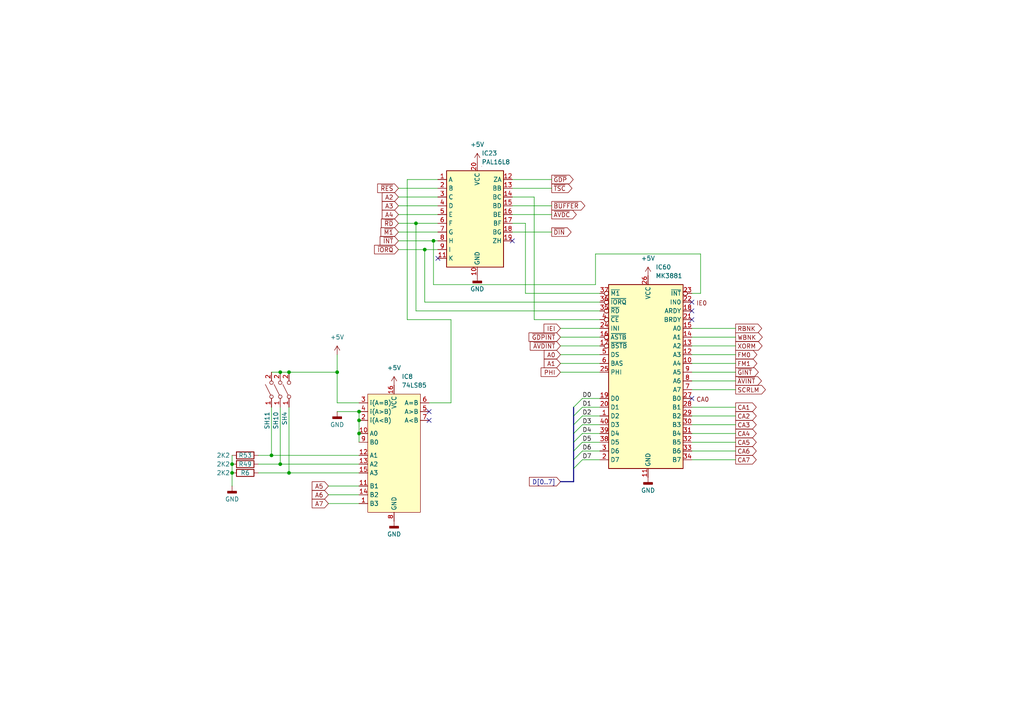
<source format=kicad_sch>
(kicad_sch (version 20231120) (generator "eeschema") (generator_version "8.0")
  (paper "A4")
  (title_block (title "PARTNER GDP: ADRESIRANJE + PIO") (company "Oddbit Retro") (comment 1 "NARISAL: TOMAŽ ŠTIH"))
  (lib_symbols
    (symbol "+5V_1" (power) (pin_numbers hide) (pin_names (offset 0) hide)
      (property "Value" "+5V" (at 0 3.556 0))
      (symbol "+5V_1_0_1"
        (polyline (pts (xy -0.762 1.27) (xy 0 2.54)))
        (polyline (pts (xy 0 0) (xy 0 2.54)))
        (polyline (pts (xy 0 2.54) (xy 0.762 1.27)))
      )
      (symbol "+5V_1_1_1"
        (pin power_in line (at 0 0 90) (length 0) (name "~") (number "1"))
      )
    )
    (symbol "+5V_2" (power) (pin_numbers hide) (pin_names (offset 0) hide)
      (property "Value" "+5V" (at 0 3.556 0))
      (symbol "+5V_2_0_1"
        (polyline (pts (xy -0.762 1.27) (xy 0 2.54)))
        (polyline (pts (xy 0 0) (xy 0 2.54)))
        (polyline (pts (xy 0 2.54) (xy 0.762 1.27)))
      )
      (symbol "+5V_2_1_1"
        (pin power_in line (at 0 0 90) (length 0) (name "~") (number "1"))
      )
    )
    (symbol "Device:R" (pin_numbers hide) (pin_names (offset 0))
      (property "Reference" "R" (at 2.032 0 90))
      (property "Value" "R" (at 0 0 90))
      (symbol "R_0_1"
        (rectangle (start -1.016 -2.54) (end 1.016 2.54) (stroke (width 0.254)))
      )
      (symbol "R_1_1"
        (pin passive line (at 0 3.81 270) (length 1.27) (name "~") (number "1"))
        (pin passive line (at 0 -3.81 90) (length 1.27) (name "~") (number "2"))
      )
    )
    (symbol "SW_DPST_x2_1" (pin_names (offset 0) hide)
      (property "Reference" "SH7" (at -6.35 1.27 0))
      (symbol "SW_DPST_x2_1_0_0"
        (circle (center -2.032 0) (radius 0.508))
        (polyline (pts (xy -1.524 0.254) (xy 1.524 1.778)))
        (circle (center 2.032 0) (radius 0.508))
      )
      (symbol "SW_DPST_x2_1_1_1"
        (pin passive line (at -5.08 0 0) (length 2.54) (name "A") (number "1"))
        (pin passive line (at 5.08 0 180) (length 2.54) (name "B") (number "2"))
      )
    )
    (symbol "SW_DPST_x2_2" (pin_names (offset 0) hide)
      (property "Reference" "SH8" (at -6.35 1.27 0))
      (symbol "SW_DPST_x2_2_0_0"
        (circle (center -2.032 0) (radius 0.508))
        (polyline (pts (xy -1.524 0.254) (xy 1.524 1.778)))
        (circle (center 2.032 0) (radius 0.508))
      )
      (symbol "SW_DPST_x2_2_1_1"
        (pin passive line (at -5.08 0 0) (length 2.54) (name "A") (number "1"))
        (pin passive line (at 5.08 0 180) (length 2.54) (name "B") (number "2"))
      )
    )
    (symbol "Switch:SW_DPST_x2" (pin_names (offset 0) hide)
      (property "Reference" "SH9" (at -6.35 1.27 0))
      (symbol "SW_DPST_x2_0_0"
        (circle (center -2.032 0) (radius 0.508))
        (polyline (pts (xy -1.524 0.254) (xy 1.524 1.778)))
        (circle (center 2.032 0) (radius 0.508))
      )
      (symbol "SW_DPST_x2_1_1"
        (pin passive line (at -5.08 0 0) (length 2.54) (name "A") (number "1"))
        (pin passive line (at 5.08 0 180) (length 2.54) (name "B") (number "2"))
      )
    )
    (symbol "power:+5V" (power) (pin_names (offset 0))
      (property "Value" "+5V" (at 0 3.556 0))
      (symbol "+5V_0_1"
        (polyline (pts (xy -0.762 1.27) (xy 0 2.54)))
        (polyline (pts (xy 0 0) (xy 0 2.54)))
        (polyline (pts (xy 0 2.54) (xy 0.762 1.27)))
      )
      (symbol "+5V_1_1"
        (pin power_in line (at 0 0 90) (length 0) hide (name "+5V") (number "1"))
      )
    )
    (symbol "power:GNDD" (power) (pin_numbers hide) (pin_names (offset 0) hide)
      (property "Value" "GNDD" (at 0 -3.175 0))
      (symbol "GNDD_0_1"
        (rectangle (start -1.27 -1.524) (end 1.27 -2.032) (stroke (width 0.254)) (fill (type outline)))
        (polyline (pts (xy 0 0) (xy 0 -1.524)))
      )
      (symbol "GNDD_1_1"
        (pin power_in line (at 0 0 270) (length 0) (name "~") (number "1"))
      )
    )
    (symbol "replica:74LS85"
      (property "Reference" "IC" (at 6.35 8.89 0))
      (property "Value" "74LS85" (at 8.89 6.35 0))
      (symbol "74LS85_1_1"
        (rectangle (start -3.81 3.81) (end 11.43 -30.48) (fill (type background)))
        (pin input line (at -6.35 -27.94 0) (length 2.54) (name "B3") (number "1"))
        (pin input line (at -6.35 -7.62 0) (length 2.54) (name "A0") (number "10"))
        (pin input line (at -6.35 -22.86 0) (length 2.54) (name "B1") (number "11"))
        (pin input line (at -6.35 -13.97 0) (length 2.54) (name "A1") (number "12"))
        (pin input line (at -6.35 -16.51 0) (length 2.54) (name "A2") (number "13"))
        (pin input line (at -6.35 -25.4 0) (length 2.54) (name "B2") (number "14"))
        (pin input line (at -6.35 -19.05 0) (length 2.54) (name "A3") (number "15"))
        (pin power_in line (at 3.81 6.35 270) (length 2.54) (name "VCC") (number "16"))
        (pin input line (at -6.35 -3.81 0) (length 2.54) (name "i(A<B)") (number "2"))
        (pin input line (at -6.35 1.27 0) (length 2.54) (name "i(A=B)") (number "3"))
        (pin input line (at -6.35 -1.27 0) (length 2.54) (name "i(A>B)") (number "4"))
        (pin output line (at 13.97 -1.27 180) (length 2.54) (name "A>B") (number "5"))
        (pin output line (at 13.97 1.27 180) (length 2.54) (name "A=B") (number "6"))
        (pin output line (at 13.97 -3.81 180) (length 2.54) (name "A<B") (number "7"))
        (pin power_out line (at 3.81 -33.02 90) (length 2.54) (name "GND") (number "8"))
        (pin input line (at -6.35 -10.16 0) (length 2.54) (name "B0") (number "9"))
      )
    )
    (symbol "replica:MK3881"
      (property "Reference" "IC" (at 10.16 0 0))
      (property "Value" "MK3881" (at 12.7 -2.54 0))
      (symbol "MK3881_1_0"
        (pin input line (at -8.89 -43.18 0) (length 2.54) (name "D2") (number "1"))
        (pin output line (at 17.78 -27.94 180) (length 2.54) (name "A4") (number "10"))
        (pin power_out line (at 5.08 -60.96 90) (length 2.54) (name "GND") (number "11"))
        (pin output line (at 17.78 -25.4 180) (length 2.54) (name "A3") (number "12"))
        (pin output line (at 17.78 -22.86 180) (length 2.54) (name "A2") (number "13"))
        (pin output line (at 17.78 -20.32 180) (length 2.54) (name "A1") (number "14"))
        (pin output line (at 17.78 -17.78 180) (length 2.54) (name "A0") (number "15"))
        (pin input inverted (at -8.89 -20.32 0) (length 2.54) (name "~{ASTB}") (number "16"))
        (pin input inverted (at -8.89 -22.86 0) (length 2.54) (name "~{BSTB}") (number "17"))
        (pin output line (at 17.78 -12.7 180) (length 2.54) (name "ARDY") (number "18"))
        (pin input line (at -8.89 -38.1 0) (length 2.54) (name "D0") (number "19"))
        (pin input line (at -8.89 -55.88 0) (length 2.54) (name "D7") (number "2"))
        (pin input line (at -8.89 -40.64 0) (length 2.54) (name "D1") (number "20"))
        (pin output line (at 17.78 -15.24 180) (length 2.54) (name "BRDY") (number "21"))
        (pin output line (at 17.78 -10.16 180) (length 2.54) (name "IN0") (number "22"))
        (pin output inverted (at 17.78 -7.62 180) (length 2.54) (name "~{INT}") (number "23"))
        (pin input line (at -8.89 -17.78 0) (length 2.54) (name "INI") (number "24"))
        (pin input line (at -8.89 -30.48 0) (length 2.54) (name "PHI") (number "25"))
        (pin power_in line (at 5.08 -2.54 270) (length 2.54) (name "VCC") (number "26"))
        (pin output line (at 17.78 -38.1 180) (length 2.54) (name "B0") (number "27"))
        (pin output line (at 17.78 -40.64 180) (length 2.54) (name "B1") (number "28"))
        (pin output line (at 17.78 -43.18 180) (length 2.54) (name "B2") (number "29"))
        (pin input line (at -8.89 -53.34 0) (length 2.54) (name "D6") (number "3"))
        (pin output line (at 17.78 -45.72 180) (length 2.54) (name "B3") (number "30"))
        (pin output line (at 17.78 -48.26 180) (length 2.54) (name "B4") (number "31"))
        (pin output line (at 17.78 -50.8 180) (length 2.54) (name "B5") (number "32"))
        (pin output line (at 17.78 -53.34 180) (length 2.54) (name "B6") (number "33"))
        (pin output line (at 17.78 -55.88 180) (length 2.54) (name "B7") (number "34"))
        (pin input inverted (at -8.89 -12.7 0) (length 2.54) (name "~{RD}") (number "35"))
        (pin input inverted (at -8.89 -10.16 0) (length 2.54) (name "~{IORQ}") (number "36"))
        (pin input inverted (at -8.89 -7.62 0) (length 2.54) (name "~{M1}") (number "37"))
        (pin input line (at -8.89 -50.8 0) (length 2.54) (name "D5") (number "38"))
        (pin input line (at -8.89 -48.26 0) (length 2.54) (name "D4") (number "39"))
        (pin input inverted (at -8.89 -15.24 0) (length 2.54) (name "~{CE}") (number "4"))
        (pin input line (at -8.89 -45.72 0) (length 2.54) (name "D3") (number "40"))
        (pin input line (at -8.89 -25.4 0) (length 2.54) (name "DS") (number "5"))
        (pin input line (at -8.89 -27.94 0) (length 2.54) (name "BAS") (number "6"))
        (pin output line (at 17.78 -35.56 180) (length 2.54) (name "A7") (number "7"))
        (pin output line (at 17.78 -33.02 180) (length 2.54) (name "A6") (number "8"))
        (pin output line (at 17.78 -30.48 180) (length 2.54) (name "A5") (number "9"))
      )
      (symbol "MK3881_1_1"
        (rectangle (start -6.35 -5.08) (end 15.24 -58.42) (stroke (width 0.254)) (fill (type background)))
      )
    )
    (symbol "replica:PAL16L8"
      (property "Reference" "IC" (at 1.27 1.27 0))
      (property "Value" "PAL16L8" (at 1.27 -1.27 0))
      (symbol "PAL16L8_0_1"
        (polyline (pts (xy 6.35 -1.27) (xy 6.35 -1.27)))
      )
      (symbol "PAL16L8_1_0"
        (pin input line (at -11.43 -6.35 0) (length 2.54) (name "A") (number "1"))
        (pin power_out line (at 0 -34.29 90) (length 2.54) (name "GND") (number "10"))
        (pin input line (at -11.43 -29.21 0) (length 2.54) (name "K") (number "11"))
        (pin output line (at 10.16 -6.35 180) (length 2.54) (name "ZA") (number "12"))
        (pin bidirectional line (at 10.16 -8.89 180) (length 2.54) (name "BB") (number "13"))
        (pin bidirectional line (at 10.16 -11.43 180) (length 2.54) (name "BC") (number "14"))
        (pin bidirectional line (at 10.16 -13.97 180) (length 2.54) (name "BD") (number "15"))
        (pin bidirectional line (at 10.16 -16.51 180) (length 2.54) (name "BE") (number "16"))
        (pin bidirectional line (at 10.16 -19.05 180) (length 2.54) (name "BF") (number "17"))
        (pin bidirectional line (at 10.16 -21.59 180) (length 2.54) (name "BG") (number "18"))
        (pin output line (at 10.16 -24.13 180) (length 2.54) (name "ZH") (number "19"))
        (pin input line (at -11.43 -8.89 0) (length 2.54) (name "B") (number "2"))
        (pin power_in line (at 0 -1.27 270) (length 2.54) (name "VCC") (number "20"))
        (pin input line (at -11.43 -11.43 0) (length 2.54) (name "C") (number "3"))
        (pin input line (at -11.43 -13.97 0) (length 2.54) (name "D") (number "4"))
        (pin input line (at -11.43 -16.51 0) (length 2.54) (name "E") (number "5"))
        (pin input line (at -11.43 -19.05 0) (length 2.54) (name "F") (number "6"))
        (pin input line (at -11.43 -21.59 0) (length 2.54) (name "G") (number "7"))
        (pin input line (at -11.43 -24.13 0) (length 2.54) (name "H") (number "8"))
        (pin input line (at -11.43 -26.67 0) (length 2.54) (name "I") (number "9"))
      )
      (symbol "PAL16L8_1_1"
        (rectangle (start -8.89 -3.81) (end 7.62 -31.75) (stroke (width 0.254)) (fill (type background)))
        (rectangle (start 0 -6.35) (end 0 -6.35))
        (rectangle (start 1.27 -2.54) (end 1.27 -2.54))
      )
    )
  )
  (junction (at 81.28 134.62))
  (junction (at 104.14 125.73))
  (junction (at 104.14 121.92))
  (junction (at 97.79 107.95))
  (junction (at 123.19 72.39))
  (junction (at 83.82 107.95))
  (junction (at 83.82 137.16))
  (junction (at 120.65 64.77))
  (junction (at 81.28 107.95))
  (junction (at 125.73 69.85))
  (junction (at 104.14 119.38))
  (junction (at 67.31 137.16))
  (junction (at 67.31 134.62))
  (junction (at 78.74 132.08))
  (no_connect (at 124.46 119.38))
  (no_connect (at 124.46 121.92))
  (no_connect (at 200.66 115.57))
  (no_connect (at 127 74.93))
  (no_connect (at 200.66 92.71))
  (no_connect (at 200.66 90.17))
  (no_connect (at 148.59 69.85))
  (no_connect (at 200.66 87.63))
  (bus_entry (at 168.91 125.73) (size -2.54 2.54))
  (bus_entry (at 168.91 128.27) (size -2.54 2.54))
  (bus_entry (at 168.91 133.35) (size -2.54 2.54))
  (bus_entry (at 168.91 115.57) (size -2.54 2.54))
  (bus_entry (at 168.91 130.81) (size -2.54 2.54))
  (bus_entry (at 168.91 120.65) (size -2.54 2.54))
  (bus_entry (at 168.91 118.11) (size -2.54 2.54))
  (bus_entry (at 168.91 123.19) (size -2.54 2.54))
  (wire (pts (xy 104.14 128.27) (xy 104.14 125.73)))
  (wire (pts (xy 123.19 72.39) (xy 127 72.39)))
  (bus (pts (xy 162.56 139.7) (xy 166.37 139.7)))
  (wire (pts (xy 78.74 132.08) (xy 104.14 132.08)))
  (wire (pts (xy 168.91 128.27) (xy 173.99 128.27)))
  (wire (pts (xy 173.99 90.17) (xy 120.65 90.17)))
  (wire (pts (xy 203.2 73.66) (xy 203.2 85.09)))
  (wire (pts (xy 162.56 107.95) (xy 173.99 107.95)))
  (wire (pts (xy 200.66 125.73) (xy 213.36 125.73)))
  (wire (pts (xy 154.94 92.71) (xy 154.94 57.15)))
  (wire (pts (xy 115.57 69.85) (xy 125.73 69.85)))
  (wire (pts (xy 115.57 59.69) (xy 127 59.69)))
  (wire (pts (xy 95.25 146.05) (xy 104.14 146.05)))
  (wire (pts (xy 168.91 120.65) (xy 173.99 120.65)))
  (bus (pts (xy 166.37 118.11) (xy 166.37 120.65)))
  (wire (pts (xy 124.46 116.84) (xy 130.81 116.84)))
  (wire (pts (xy 168.91 133.35) (xy 173.99 133.35)))
  (wire (pts (xy 148.59 67.31) (xy 160.02 67.31)))
  (wire (pts (xy 123.19 87.63) (xy 123.19 72.39)))
  (wire (pts (xy 200.66 120.65) (xy 213.36 120.65)))
  (wire (pts (xy 200.66 130.81) (xy 213.36 130.81)))
  (wire (pts (xy 104.14 125.73) (xy 104.14 121.92)))
  (bus (pts (xy 166.37 130.81) (xy 166.37 133.35)))
  (wire (pts (xy 115.57 62.23) (xy 127 62.23)))
  (wire (pts (xy 104.14 119.38) (xy 97.79 119.38)))
  (wire (pts (xy 200.66 133.35) (xy 213.36 133.35)))
  (wire (pts (xy 74.93 132.08) (xy 78.74 132.08)))
  (wire (pts (xy 115.57 72.39) (xy 123.19 72.39)))
  (wire (pts (xy 104.14 121.92) (xy 104.14 119.38)))
  (wire (pts (xy 97.79 116.84) (xy 97.79 107.95)))
  (wire (pts (xy 130.81 116.84) (xy 130.81 92.71)))
  (wire (pts (xy 200.66 123.19) (xy 213.36 123.19)))
  (wire (pts (xy 95.25 143.51) (xy 104.14 143.51)))
  (wire (pts (xy 173.99 87.63) (xy 123.19 87.63)))
  (bus (pts (xy 166.37 120.65) (xy 166.37 123.19)))
  (wire (pts (xy 83.82 107.95) (xy 97.79 107.95)))
  (wire (pts (xy 118.11 92.71) (xy 130.81 92.71)))
  (wire (pts (xy 81.28 134.62) (xy 104.14 134.62)))
  (wire (pts (xy 162.56 102.87) (xy 173.99 102.87)))
  (wire (pts (xy 162.56 95.25) (xy 173.99 95.25)))
  (wire (pts (xy 120.65 64.77) (xy 120.65 90.17)))
  (wire (pts (xy 168.91 118.11) (xy 173.99 118.11)))
  (wire (pts (xy 200.66 110.49) (xy 213.36 110.49)))
  (wire (pts (xy 83.82 118.11) (xy 83.82 137.16)))
  (wire (pts (xy 118.11 52.07) (xy 118.11 92.71)))
  (wire (pts (xy 120.65 64.77) (xy 127 64.77)))
  (wire (pts (xy 115.57 54.61) (xy 127 54.61)))
  (wire (pts (xy 118.11 52.07) (xy 127 52.07)))
  (wire (pts (xy 200.66 102.87) (xy 213.36 102.87)))
  (wire (pts (xy 154.94 57.15) (xy 148.59 57.15)))
  (wire (pts (xy 200.66 128.27) (xy 213.36 128.27)))
  (wire (pts (xy 74.93 137.16) (xy 83.82 137.16)))
  (wire (pts (xy 81.28 118.11) (xy 81.28 134.62)))
  (wire (pts (xy 78.74 118.11) (xy 78.74 132.08)))
  (bus (pts (xy 166.37 123.19) (xy 166.37 125.73)))
  (wire (pts (xy 172.72 73.66) (xy 203.2 73.66)))
  (wire (pts (xy 115.57 57.15) (xy 127 57.15)))
  (wire (pts (xy 168.91 123.19) (xy 173.99 123.19)))
  (wire (pts (xy 172.72 82.55) (xy 172.72 73.66)))
  (bus (pts (xy 166.37 128.27) (xy 166.37 130.81)))
  (wire (pts (xy 67.31 132.08) (xy 67.31 134.62)))
  (wire (pts (xy 168.91 130.81) (xy 173.99 130.81)))
  (wire (pts (xy 67.31 137.16) (xy 67.31 140.97)))
  (wire (pts (xy 200.66 107.95) (xy 213.36 107.95)))
  (wire (pts (xy 148.59 52.07) (xy 160.02 52.07)))
  (wire (pts (xy 200.66 113.03) (xy 213.36 113.03)))
  (wire (pts (xy 173.99 92.71) (xy 154.94 92.71)))
  (wire (pts (xy 152.4 85.09) (xy 152.4 64.77)))
  (wire (pts (xy 125.73 82.55) (xy 172.72 82.55)))
  (wire (pts (xy 67.31 134.62) (xy 67.31 137.16)))
  (wire (pts (xy 203.2 85.09) (xy 200.66 85.09)))
  (wire (pts (xy 83.82 137.16) (xy 104.14 137.16)))
  (bus (pts (xy 166.37 125.73) (xy 166.37 128.27)))
  (wire (pts (xy 97.79 116.84) (xy 104.14 116.84)))
  (bus (pts (xy 166.37 135.89) (xy 166.37 139.7)))
  (wire (pts (xy 125.73 69.85) (xy 127 69.85)))
  (wire (pts (xy 200.66 105.41) (xy 213.36 105.41)))
  (wire (pts (xy 162.56 97.79) (xy 173.99 97.79)))
  (wire (pts (xy 115.57 67.31) (xy 127 67.31)))
  (wire (pts (xy 168.91 115.57) (xy 173.99 115.57)))
  (wire (pts (xy 148.59 59.69) (xy 160.02 59.69)))
  (wire (pts (xy 95.25 140.97) (xy 104.14 140.97)))
  (wire (pts (xy 97.79 107.95) (xy 97.79 102.87)))
  (wire (pts (xy 200.66 95.25) (xy 213.36 95.25)))
  (wire (pts (xy 115.57 64.77) (xy 120.65 64.77)))
  (wire (pts (xy 148.59 54.61) (xy 160.02 54.61)))
  (wire (pts (xy 78.74 107.95) (xy 81.28 107.95)))
  (wire (pts (xy 168.91 125.73) (xy 173.99 125.73)))
  (wire (pts (xy 74.93 134.62) (xy 81.28 134.62)))
  (wire (pts (xy 162.56 105.41) (xy 173.99 105.41)))
  (wire (pts (xy 125.73 69.85) (xy 125.73 82.55)))
  (wire (pts (xy 162.56 100.33) (xy 173.99 100.33)))
  (wire (pts (xy 152.4 64.77) (xy 148.59 64.77)))
  (wire (pts (xy 148.59 62.23) (xy 160.02 62.23)))
  (bus (pts (xy 166.37 133.35) (xy 166.37 135.89)))
  (wire (pts (xy 200.66 118.11) (xy 213.36 118.11)))
  (wire (pts (xy 200.66 97.79) (xy 213.36 97.79)))
  (wire (pts (xy 81.28 107.95) (xy 83.82 107.95)))
  (wire (pts (xy 200.66 100.33) (xy 213.36 100.33)))
  (wire (pts (xy 173.99 85.09) (xy 152.4 85.09)))
  (text "CA0" (at 201.93 116.84 0) (effects (font (size 1.27 1.27)) (justify left bottom)))
  (text "IE0" (at 201.93 88.9 0) (effects (font (size 1.27 1.27)) (justify left bottom)))
  (label "D6" (at 168.91 130.81 0))
  (label "D7" (at 168.91 133.35 0))
  (label "D5" (at 168.91 128.27 0))
  (label "D0" (at 168.91 115.57 0))
  (label "D4" (at 168.91 125.73 0))
  (label "D2" (at 168.91 120.65 0))
  (label "D3" (at 168.91 123.19 0))
  (label "D1" (at 168.91 118.11 0))
  (global_label "~{AVDINT}" (shape input) (at 162.56 100.33 180) (property "Intersheetrefs" "${INTERSHEET_REFS}" (at 153.2247 100.33 0) (effects (justify right))))
  (global_label "~{GINT}" (shape output) (at 213.36 107.95 0) (property "Intersheetrefs" "${INTERSHEET_REFS}" (at 220.5181 107.95 0) (effects (justify left))))
  (global_label "CA2" (shape output) (at 213.36 120.65 0) (property "Intersheetrefs" "${INTERSHEET_REFS}" (at 219.9133 120.65 0) (effects (justify left))))
  (global_label "SCRLM" (shape output) (at 213.36 113.03 0) (property "Intersheetrefs" "${INTERSHEET_REFS}" (at 222.5742 113.03 0) (effects (justify left))))
  (global_label "~{RD}" (shape input) (at 115.57 64.77 180) (property "Intersheetrefs" "${INTERSHEET_REFS}" (at 110.0448 64.77 0) (effects (justify right))))
  (global_label "A2" (shape input) (at 115.57 57.15 180) (property "Intersheetrefs" "${INTERSHEET_REFS}" (at 110.2867 57.15 0) (effects (justify right))))
  (global_label "D[0..7]" (shape input) (at 162.56 139.7 180) (property "Intersheetrefs" "${INTERSHEET_REFS}" (at 152.9828 139.7 0) (effects (justify right))))
  (global_label "CA6" (shape output) (at 213.36 130.81 0) (property "Intersheetrefs" "${INTERSHEET_REFS}" (at 219.9133 130.81 0) (effects (justify left))))
  (global_label "~{M1}" (shape input) (at 115.57 67.31 180) (property "Intersheetrefs" "${INTERSHEET_REFS}" (at 109.9239 67.31 0) (effects (justify right))))
  (global_label "CA1" (shape output) (at 213.36 118.11 0) (property "Intersheetrefs" "${INTERSHEET_REFS}" (at 219.9133 118.11 0) (effects (justify left))))
  (global_label "WBNK" (shape output) (at 213.36 97.79 0) (property "Intersheetrefs" "${INTERSHEET_REFS}" (at 221.6671 97.79 0) (effects (justify left))))
  (global_label "XORM" (shape output) (at 213.36 100.33 0) (property "Intersheetrefs" "${INTERSHEET_REFS}" (at 221.6066 100.33 0) (effects (justify left))))
  (global_label "PHI" (shape input) (at 162.56 107.95 180) (property "Intersheetrefs" "${INTERSHEET_REFS}" (at 156.3695 107.95 0) (effects (justify right))))
  (global_label "FM1" (shape output) (at 213.36 105.41 0) (property "Intersheetrefs" "${INTERSHEET_REFS}" (at 220.0947 105.41 0) (effects (justify left))))
  (global_label "~{INT}" (shape input) (at 115.57 69.85 180) (property "Intersheetrefs" "${INTERSHEET_REFS}" (at 109.6819 69.85 0) (effects (justify right))))
  (global_label "A4" (shape input) (at 115.57 62.23 180) (property "Intersheetrefs" "${INTERSHEET_REFS}" (at 110.2867 62.23 0) (effects (justify right))))
  (global_label "~{TSC}" (shape output) (at 160.02 54.61 0) (property "Intersheetrefs" "${INTERSHEET_REFS}" (at 166.4523 54.61 0) (effects (justify left))))
  (global_label "~{RES}" (shape input) (at 115.57 54.61 180) (property "Intersheetrefs" "${INTERSHEET_REFS}" (at 108.9563 54.61 0) (effects (justify right))))
  (global_label "~{GDP}" (shape output) (at 160.02 52.07 0) (property "Intersheetrefs" "${INTERSHEET_REFS}" (at 166.8152 52.07 0) (effects (justify left))))
  (global_label "CA5" (shape output) (at 213.36 128.27 0) (property "Intersheetrefs" "${INTERSHEET_REFS}" (at 219.9133 128.27 0) (effects (justify left))))
  (global_label "CA7" (shape output) (at 213.36 133.35 0) (property "Intersheetrefs" "${INTERSHEET_REFS}" (at 219.9133 133.35 0) (effects (justify left))))
  (global_label "A5" (shape input) (at 95.25 140.97 180) (property "Intersheetrefs" "${INTERSHEET_REFS}" (at 89.9667 140.97 0) (effects (justify right))))
  (global_label "~{BUFFER}" (shape output) (at 160.02 59.69 0) (property "Intersheetrefs" "${INTERSHEET_REFS}" (at 170.2019 59.69 0) (effects (justify left))))
  (global_label "~{GDPINT}" (shape input) (at 162.56 97.79 180) (property "Intersheetrefs" "${INTERSHEET_REFS}" (at 152.8619 97.79 0) (effects (justify right))))
  (global_label "A1" (shape input) (at 162.56 105.41 180) (property "Intersheetrefs" "${INTERSHEET_REFS}" (at 157.2767 105.41 0) (effects (justify right))))
  (global_label "CA4" (shape output) (at 213.36 125.73 0) (property "Intersheetrefs" "${INTERSHEET_REFS}" (at 219.9133 125.73 0) (effects (justify left))))
  (global_label "IEI" (shape input) (at 162.56 95.25 180) (property "Intersheetrefs" "${INTERSHEET_REFS}" (at 157.2162 95.25 0) (effects (justify right))))
  (global_label "~{IORQ}" (shape input) (at 115.57 72.39 180) (property "Intersheetrefs" "${INTERSHEET_REFS}" (at 108.049 72.39 0) (effects (justify right))))
  (global_label "A3" (shape input) (at 115.57 59.69 180) (property "Intersheetrefs" "${INTERSHEET_REFS}" (at 110.2867 59.69 0) (effects (justify right))))
  (global_label "~{DIN}" (shape output) (at 160.02 67.31 0) (property "Intersheetrefs" "${INTERSHEET_REFS}" (at 166.2105 67.31 0) (effects (justify left))))
  (global_label "~{AVDC}" (shape output) (at 160.02 62.23 0) (property "Intersheetrefs" "${INTERSHEET_REFS}" (at 167.7224 62.23 0) (effects (justify left))))
  (global_label "~{AVINT}" (shape output) (at 213.36 110.49 0) (property "Intersheetrefs" "${INTERSHEET_REFS}" (at 221.4253 110.49 0) (effects (justify left))))
  (global_label "RBNK" (shape output) (at 213.36 95.25 0) (property "Intersheetrefs" "${INTERSHEET_REFS}" (at 221.4857 95.25 0) (effects (justify left))))
  (global_label "A0" (shape input) (at 162.56 102.87 180) (property "Intersheetrefs" "${INTERSHEET_REFS}" (at 157.2767 102.87 0) (effects (justify right))))
  (global_label "A6" (shape input) (at 95.25 143.51 180) (property "Intersheetrefs" "${INTERSHEET_REFS}" (at 89.9667 143.51 0) (effects (justify right))))
  (global_label "FM0" (shape output) (at 213.36 102.87 0) (property "Intersheetrefs" "${INTERSHEET_REFS}" (at 220.0947 102.87 0) (effects (justify left))))
  (global_label "A7" (shape input) (at 95.25 146.05 180) (property "Intersheetrefs" "${INTERSHEET_REFS}" (at 89.9667 146.05 0) (effects (justify right))))
  (global_label "CA3" (shape output) (at 213.36 123.19 0) (property "Intersheetrefs" "${INTERSHEET_REFS}" (at 219.9133 123.19 0) (effects (justify left))))
  (symbol (lib_id "Device:R") (at 71.12 134.62 90) (unit 1)
    (property "Reference" "R49" (at 71.12 134.62 90))
    (property "Value" "2K2" (at 64.77 134.62 90))
    (property "Footprint" "GDP:R_XL" (effects (hide yes)))
    (property "Datasheet" "N/A" (effects (hide yes)))
    (property "Description" "N/A" (effects (hide yes)))
  )
  (symbol (lib_id "power:GNDD") (at 187.96 138.43 0) (unit 1)
    (property "Reference" "#PWR032" (effects (hide yes)))
    (property "Value" "GND" (at 187.96 142.24 0))
    (property "Description" "Power symbol creates a global label with name \"GNDD\" , digital ground" (effects (hide yes)))
  )
  (symbol (lib_name "+5V_1") (lib_id "power:+5V") (at 114.3 111.76 0) (unit 1)
    (property "Reference" "#PWR027" (effects (hide yes)))
    (property "Value" "+5V" (at 114.3 106.68 0))
    (property "Description" "Power symbol creates a global label with name \"+5V\"" (effects (hide yes)))
  )
  (symbol (lib_id "power:GNDD") (at 114.3 151.13 0) (unit 1)
    (property "Reference" "#PWR028" (effects (hide yes)))
    (property "Value" "GND" (at 114.3 154.94 0))
    (property "Description" "Power symbol creates a global label with name \"GNDD\" , digital ground" (effects (hide yes)))
  )
  (symbol (lib_id "Device:R") (at 71.12 137.16 90) (unit 1)
    (property "Reference" "R6" (at 71.12 137.16 90))
    (property "Value" "2K2" (at 64.77 137.16 90))
    (property "Footprint" "Resistor_THT:R_Axial_DIN0207_L6.3mm_D2.5mm_P10.16mm_Horizontal" (effects (hide yes)))
    (property "Datasheet" "N/A" (effects (hide yes)))
    (property "Description" "N/A" (effects (hide yes)))
  )
  (symbol (lib_id "replica:PAL16L8") (at 138.43 45.72 0) (unit 1)
    (property "Reference" "IC23" (at 139.7 44.45 0) (effects (justify left)))
    (property "Value" "PAL16L8" (at 139.7 46.99 0) (effects (justify left)))
    (property "Footprint" "Package_DIP:DIP-40_W15.24mm" (effects (hide yes)))
    (property "Datasheet" "N/A" (effects (hide yes)))
    (property "Description" "N/A" (effects (hide yes)))
  )
  (symbol (lib_name "+5V_1") (lib_id "power:+5V") (at 138.43 46.99 0) (unit 1)
    (property "Reference" "#PWR029" (effects (hide yes)))
    (property "Value" "+5V" (at 138.43 41.91 0))
    (property "Description" "Power symbol creates a global label with name \"+5V\"" (effects (hide yes)))
  )
  (symbol (lib_id "power:+5V") (at 97.79 102.87 0) (unit 1)
    (property "Reference" "#PWR01" (effects (hide yes)))
    (property "Value" "+5V" (at 97.79 97.79 0))
  )
  (symbol (lib_id "power:GNDD") (at 67.31 140.97 0) (unit 1)
    (property "Reference" "#PWR024" (effects (hide yes)))
    (property "Value" "GND" (at 67.31 144.78 0))
    (property "Description" "Power symbol creates a global label with name \"GNDD\" , digital ground" (effects (hide yes)))
  )
  (symbol (lib_id "power:GNDD") (at 138.43 80.01 0) (unit 1)
    (property "Reference" "#PWR030" (effects (hide yes)))
    (property "Value" "GND" (at 138.43 83.82 0))
    (property "Description" "Power symbol creates a global label with name \"GNDD\" , digital ground" (effects (hide yes)))
  )
  (symbol (lib_name "SW_DPST_x2_2") (lib_id "Switch:SW_DPST_x2") (at 81.28 113.03 90) (unit 1)
    (property "Reference" "SH10" (at 80.01 119.38 0) (effects (justify right)))
    (property "Value" "SCHALT" (effects (hide yes)))
    (property "Footprint" "Connector_PinHeader_2.54mm:PinHeader_1x02_P2.54mm_Vertical" (effects (hide yes)))
    (property "Datasheet" "N/A" (effects (hide yes)))
    (property "Description" "N/A" (effects (hide yes)))
  )
  (symbol (lib_name "+5V_2") (lib_id "power:+5V") (at 187.96 80.01 0) (unit 1)
    (property "Reference" "#PWR031" (effects (hide yes)))
    (property "Value" "+5V" (at 187.96 74.93 0))
    (property "Description" "Power symbol creates a global label with name \"+5V\"" (effects (hide yes)))
  )
  (symbol (lib_name "SW_DPST_x2_1") (lib_id "Switch:SW_DPST_x2") (at 78.74 113.03 90) (unit 1)
    (property "Reference" "SH11" (at 77.47 119.38 0) (effects (justify right)))
    (property "Value" "SCHALT" (effects (hide yes)))
    (property "Footprint" "Connector_PinHeader_2.54mm:PinHeader_1x02_P2.54mm_Vertical" (effects (hide yes)))
    (property "Datasheet" "N/A" (effects (hide yes)))
    (property "Description" "N/A" (effects (hide yes)))
  )
  (symbol (lib_id "Switch:SW_DPST_x2") (at 83.82 113.03 90) (unit 1)
    (property "Reference" "SH4" (at 82.55 119.38 0) (effects (justify right)))
    (property "Value" "SCHALT" (effects (hide yes)))
    (property "Footprint" "Connector_PinHeader_2.54mm:PinHeader_1x02_P2.54mm_Vertical" (effects (hide yes)))
    (property "Datasheet" "N/A" (effects (hide yes)))
    (property "Description" "N/A" (effects (hide yes)))
  )
  (symbol (lib_id "power:GNDD") (at 97.79 119.38 0) (unit 1)
    (property "Reference" "#PWR026" (effects (hide yes)))
    (property "Value" "GND" (at 97.79 123.19 0))
    (property "Description" "Power symbol creates a global label with name \"GNDD\" , digital ground" (effects (hide yes)))
  )
  (symbol (lib_id "replica:MK3881") (at 182.88 77.47 0) (unit 1)
    (property "Reference" "IC60" (at 190.1541 77.47 0) (effects (justify left)))
    (property "Value" "MK3881" (at 190.1541 80.01 0) (effects (justify left)))
    (property "Footprint" "Package_DIP:DIP-16_W7.62mm" (effects (hide yes)))
    (property "Datasheet" "N/A" (effects (hide yes)))
    (property "Description" "N/A" (effects (hide yes)))
  )
  (symbol (lib_id "replica:74LS85") (at 110.49 118.11 0) (unit 1)
    (property "Reference" "IC8" (at 116.4941 109.22 0) (effects (justify left)))
    (property "Value" "74LS85" (at 116.4941 111.76 0) (effects (justify left)))
    (property "Footprint" "Package_DIP:DIP-20_W7.62mm" (effects (hide yes)))
    (property "Datasheet" "N/A" (effects (hide yes)))
    (property "Description" "N/A" (effects (hide yes)))
  )
  (symbol (lib_id "Device:R") (at 71.12 132.08 90) (unit 1)
    (property "Reference" "R53" (at 71.12 132.08 90))
    (property "Value" "2K2" (at 64.77 132.08 90))
    (property "Footprint" "GDP:R_XL" (effects (hide yes)))
    (property "Datasheet" "N/A" (effects (hide yes)))
    (property "Description" "N/A" (effects (hide yes)))
  )
)
</source>
